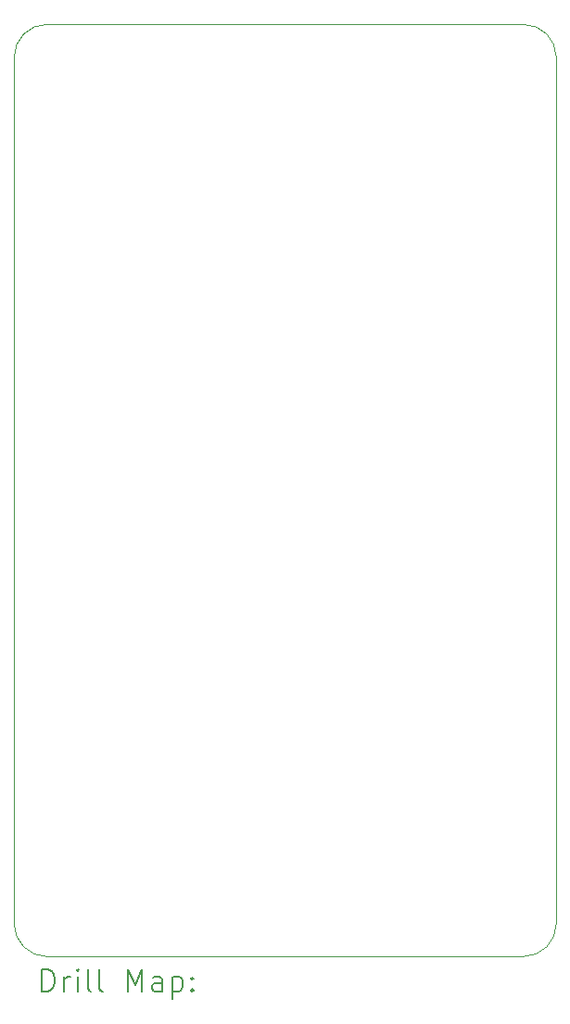
<source format=gbr>
%TF.GenerationSoftware,KiCad,Pcbnew,7.0.9*%
%TF.CreationDate,2023-12-19T03:36:11+09:00*%
%TF.ProjectId,WETHAP_PCB,57455448-4150-45f5-9043-422e6b696361,rev?*%
%TF.SameCoordinates,PX6d9c4d8PY8977a68*%
%TF.FileFunction,Drillmap*%
%TF.FilePolarity,Positive*%
%FSLAX45Y45*%
G04 Gerber Fmt 4.5, Leading zero omitted, Abs format (unit mm)*
G04 Created by KiCad (PCBNEW 7.0.9) date 2023-12-19 03:36:11*
%MOMM*%
%LPD*%
G01*
G04 APERTURE LIST*
%ADD10C,0.100000*%
%ADD11C,0.200000*%
G04 APERTURE END LIST*
D10*
X4953000Y8209000D02*
X4953000Y300000D01*
X0Y300000D02*
X0Y8209000D01*
X0Y300000D02*
G75*
G03*
X300000Y0I300000J0D01*
G01*
X300000Y8509000D02*
X4653000Y8509000D01*
X4653000Y0D02*
X300000Y0D01*
X4653000Y0D02*
G75*
G03*
X4953000Y300000I0J300000D01*
G01*
X4953000Y8209000D02*
G75*
G03*
X4653000Y8509000I-300000J0D01*
G01*
X300000Y8509000D02*
G75*
G03*
X0Y8209000I0J-300000D01*
G01*
D11*
X255777Y-316484D02*
X255777Y-116484D01*
X255777Y-116484D02*
X303396Y-116484D01*
X303396Y-116484D02*
X331967Y-126008D01*
X331967Y-126008D02*
X351015Y-145055D01*
X351015Y-145055D02*
X360539Y-164103D01*
X360539Y-164103D02*
X370062Y-202198D01*
X370062Y-202198D02*
X370062Y-230769D01*
X370062Y-230769D02*
X360539Y-268865D01*
X360539Y-268865D02*
X351015Y-287912D01*
X351015Y-287912D02*
X331967Y-306960D01*
X331967Y-306960D02*
X303396Y-316484D01*
X303396Y-316484D02*
X255777Y-316484D01*
X455777Y-316484D02*
X455777Y-183150D01*
X455777Y-221246D02*
X465301Y-202198D01*
X465301Y-202198D02*
X474824Y-192674D01*
X474824Y-192674D02*
X493872Y-183150D01*
X493872Y-183150D02*
X512920Y-183150D01*
X579586Y-316484D02*
X579586Y-183150D01*
X579586Y-116484D02*
X570063Y-126008D01*
X570063Y-126008D02*
X579586Y-135531D01*
X579586Y-135531D02*
X589110Y-126008D01*
X589110Y-126008D02*
X579586Y-116484D01*
X579586Y-116484D02*
X579586Y-135531D01*
X703396Y-316484D02*
X684348Y-306960D01*
X684348Y-306960D02*
X674824Y-287912D01*
X674824Y-287912D02*
X674824Y-116484D01*
X808158Y-316484D02*
X789110Y-306960D01*
X789110Y-306960D02*
X779586Y-287912D01*
X779586Y-287912D02*
X779586Y-116484D01*
X1036729Y-316484D02*
X1036729Y-116484D01*
X1036729Y-116484D02*
X1103396Y-259341D01*
X1103396Y-259341D02*
X1170063Y-116484D01*
X1170063Y-116484D02*
X1170063Y-316484D01*
X1351015Y-316484D02*
X1351015Y-211722D01*
X1351015Y-211722D02*
X1341491Y-192674D01*
X1341491Y-192674D02*
X1322444Y-183150D01*
X1322444Y-183150D02*
X1284348Y-183150D01*
X1284348Y-183150D02*
X1265301Y-192674D01*
X1351015Y-306960D02*
X1331967Y-316484D01*
X1331967Y-316484D02*
X1284348Y-316484D01*
X1284348Y-316484D02*
X1265301Y-306960D01*
X1265301Y-306960D02*
X1255777Y-287912D01*
X1255777Y-287912D02*
X1255777Y-268865D01*
X1255777Y-268865D02*
X1265301Y-249817D01*
X1265301Y-249817D02*
X1284348Y-240293D01*
X1284348Y-240293D02*
X1331967Y-240293D01*
X1331967Y-240293D02*
X1351015Y-230769D01*
X1446253Y-183150D02*
X1446253Y-383150D01*
X1446253Y-192674D02*
X1465301Y-183150D01*
X1465301Y-183150D02*
X1503396Y-183150D01*
X1503396Y-183150D02*
X1522443Y-192674D01*
X1522443Y-192674D02*
X1531967Y-202198D01*
X1531967Y-202198D02*
X1541491Y-221246D01*
X1541491Y-221246D02*
X1541491Y-278389D01*
X1541491Y-278389D02*
X1531967Y-297436D01*
X1531967Y-297436D02*
X1522443Y-306960D01*
X1522443Y-306960D02*
X1503396Y-316484D01*
X1503396Y-316484D02*
X1465301Y-316484D01*
X1465301Y-316484D02*
X1446253Y-306960D01*
X1627205Y-297436D02*
X1636729Y-306960D01*
X1636729Y-306960D02*
X1627205Y-316484D01*
X1627205Y-316484D02*
X1617682Y-306960D01*
X1617682Y-306960D02*
X1627205Y-297436D01*
X1627205Y-297436D02*
X1627205Y-316484D01*
X1627205Y-192674D02*
X1636729Y-202198D01*
X1636729Y-202198D02*
X1627205Y-211722D01*
X1627205Y-211722D02*
X1617682Y-202198D01*
X1617682Y-202198D02*
X1627205Y-192674D01*
X1627205Y-192674D02*
X1627205Y-211722D01*
M02*

</source>
